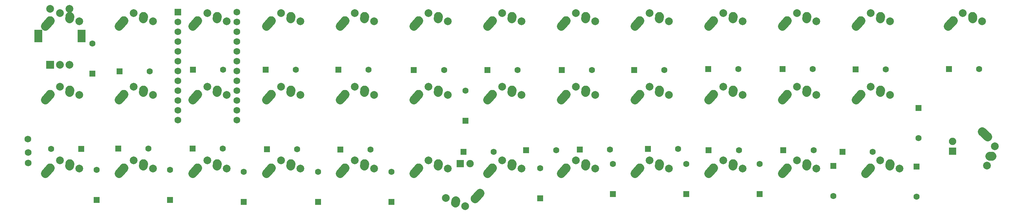
<source format=gtl>
G04 #@! TF.GenerationSoftware,KiCad,Pcbnew,(5.0.1)-3*
G04 #@! TF.CreationDate,2020-01-05T19:02:12+02:00*
G04 #@! TF.ProjectId,Memekeeb,4D656D656B6565622E6B696361645F70,rev?*
G04 #@! TF.SameCoordinates,Original*
G04 #@! TF.FileFunction,Copper,L1,Top,Signal*
G04 #@! TF.FilePolarity,Positive*
%FSLAX46Y46*%
G04 Gerber Fmt 4.6, Leading zero omitted, Abs format (unit mm)*
G04 Created by KiCad (PCBNEW (5.0.1)-3) date 01/05/20 19:02:12*
%MOMM*%
%LPD*%
G01*
G04 APERTURE LIST*
G04 #@! TA.AperFunction,ComponentPad*
%ADD10C,1.600000*%
G04 #@! TD*
G04 #@! TA.AperFunction,ComponentPad*
%ADD11R,1.600000X1.600000*%
G04 #@! TD*
G04 #@! TA.AperFunction,ComponentPad*
%ADD12C,2.250000*%
G04 #@! TD*
G04 #@! TA.AperFunction,Conductor*
%ADD13C,2.250000*%
G04 #@! TD*
G04 #@! TA.AperFunction,ComponentPad*
%ADD14C,2.000000*%
G04 #@! TD*
G04 #@! TA.AperFunction,ComponentPad*
%ADD15C,1.905000*%
G04 #@! TD*
G04 #@! TA.AperFunction,ComponentPad*
%ADD16R,1.905000X1.905000*%
G04 #@! TD*
G04 #@! TA.AperFunction,ComponentPad*
%ADD17R,2.000000X2.000000*%
G04 #@! TD*
G04 #@! TA.AperFunction,ComponentPad*
%ADD18R,2.000000X3.200000*%
G04 #@! TD*
G04 #@! TA.AperFunction,ComponentPad*
%ADD19R,1.752600X1.752600*%
G04 #@! TD*
G04 #@! TA.AperFunction,ComponentPad*
%ADD20C,1.752600*%
G04 #@! TD*
G04 APERTURE END LIST*
D10*
G04 #@! TO.P,D1,2*
G04 #@! TO.N,Net-(D1-Pad2)*
X70300000Y-68600000D03*
D11*
G04 #@! TO.P,D1,1*
G04 #@! TO.N,RowA*
X70300000Y-76400000D03*
G04 #@! TD*
D10*
G04 #@! TO.P,D2,2*
G04 #@! TO.N,Net-(D2-Pad2)*
X85100000Y-75800000D03*
D11*
G04 #@! TO.P,D2,1*
G04 #@! TO.N,RowA*
X77300000Y-75800000D03*
G04 #@! TD*
D10*
G04 #@! TO.P,D3,2*
G04 #@! TO.N,Net-(D3-Pad2)*
X104100000Y-75400000D03*
D11*
G04 #@! TO.P,D3,1*
G04 #@! TO.N,RowA*
X96300000Y-75400000D03*
G04 #@! TD*
D10*
G04 #@! TO.P,D4,2*
G04 #@! TO.N,Net-(D4-Pad2)*
X122900000Y-75400000D03*
D11*
G04 #@! TO.P,D4,1*
G04 #@! TO.N,RowA*
X115100000Y-75400000D03*
G04 #@! TD*
D10*
G04 #@! TO.P,D5,2*
G04 #@! TO.N,Net-(D5-Pad2)*
X141700000Y-75400000D03*
D11*
G04 #@! TO.P,D5,1*
G04 #@! TO.N,RowA*
X133900000Y-75400000D03*
G04 #@! TD*
G04 #@! TO.P,D6,1*
G04 #@! TO.N,RowA*
X153400000Y-75500000D03*
D10*
G04 #@! TO.P,D6,2*
G04 #@! TO.N,Net-(D6-Pad2)*
X161200000Y-75500000D03*
G04 #@! TD*
D11*
G04 #@! TO.P,D7,1*
G04 #@! TO.N,RowA*
X172400000Y-75500000D03*
D10*
G04 #@! TO.P,D7,2*
G04 #@! TO.N,Net-(D7-Pad2)*
X180200000Y-75500000D03*
G04 #@! TD*
D11*
G04 #@! TO.P,D8,1*
G04 #@! TO.N,RowA*
X191600000Y-75500000D03*
D10*
G04 #@! TO.P,D8,2*
G04 #@! TO.N,Net-(D8-Pad2)*
X199400000Y-75500000D03*
G04 #@! TD*
D11*
G04 #@! TO.P,D9,1*
G04 #@! TO.N,RowA*
X210300000Y-75500000D03*
D10*
G04 #@! TO.P,D9,2*
G04 #@! TO.N,Net-(D9-Pad2)*
X218100000Y-75500000D03*
G04 #@! TD*
D11*
G04 #@! TO.P,D10,1*
G04 #@! TO.N,RowA*
X229500000Y-75200000D03*
D10*
G04 #@! TO.P,D10,2*
G04 #@! TO.N,Net-(D10-Pad2)*
X237300000Y-75200000D03*
G04 #@! TD*
D11*
G04 #@! TO.P,D11,1*
G04 #@! TO.N,RowD*
X248700000Y-75200000D03*
D10*
G04 #@! TO.P,D11,2*
G04 #@! TO.N,Net-(D11-Pad2)*
X256500000Y-75200000D03*
G04 #@! TD*
D11*
G04 #@! TO.P,D12,1*
G04 #@! TO.N,RowD*
X267600000Y-75300000D03*
D10*
G04 #@! TO.P,D12,2*
G04 #@! TO.N,Net-(D12-Pad2)*
X275400000Y-75300000D03*
G04 #@! TD*
D11*
G04 #@! TO.P,D13,1*
G04 #@! TO.N,RowD*
X291700000Y-75200000D03*
D10*
G04 #@! TO.P,D13,2*
G04 #@! TO.N,Net-(D13-Pad2)*
X299500000Y-75200000D03*
G04 #@! TD*
D11*
G04 #@! TO.P,D14,1*
G04 #@! TO.N,RowB*
X67400000Y-95900000D03*
D10*
G04 #@! TO.P,D14,2*
G04 #@! TO.N,Net-(D14-Pad2)*
X59600000Y-95900000D03*
G04 #@! TD*
D11*
G04 #@! TO.P,D15,1*
G04 #@! TO.N,RowB*
X77000000Y-95800000D03*
D10*
G04 #@! TO.P,D15,2*
G04 #@! TO.N,Net-(D15-Pad2)*
X84800000Y-95800000D03*
G04 #@! TD*
D11*
G04 #@! TO.P,D16,1*
G04 #@! TO.N,RowB*
X96200000Y-95800000D03*
D10*
G04 #@! TO.P,D16,2*
G04 #@! TO.N,Net-(D16-Pad2)*
X104000000Y-95800000D03*
G04 #@! TD*
D11*
G04 #@! TO.P,D17,1*
G04 #@! TO.N,RowB*
X115400000Y-96000000D03*
D10*
G04 #@! TO.P,D17,2*
G04 #@! TO.N,Net-(D17-Pad2)*
X123200000Y-96000000D03*
G04 #@! TD*
D11*
G04 #@! TO.P,D18,1*
G04 #@! TO.N,RowB*
X134400000Y-96100000D03*
D10*
G04 #@! TO.P,D18,2*
G04 #@! TO.N,Net-(D18-Pad2)*
X142200000Y-96100000D03*
G04 #@! TD*
D11*
G04 #@! TO.P,D19,1*
G04 #@! TO.N,RowB*
X166700000Y-88600000D03*
D10*
G04 #@! TO.P,D19,2*
G04 #@! TO.N,Net-(D19-Pad2)*
X166700000Y-80800000D03*
G04 #@! TD*
D11*
G04 #@! TO.P,D20,1*
G04 #@! TO.N,RowB*
X182400000Y-96200000D03*
D10*
G04 #@! TO.P,D20,2*
G04 #@! TO.N,Net-(D20-Pad2)*
X190200000Y-96200000D03*
G04 #@! TD*
G04 #@! TO.P,D21,2*
G04 #@! TO.N,Net-(D21-Pad2)*
X204100000Y-96100000D03*
D11*
G04 #@! TO.P,D21,1*
G04 #@! TO.N,RowB*
X196300000Y-96100000D03*
G04 #@! TD*
D10*
G04 #@! TO.P,D22,2*
G04 #@! TO.N,Net-(D22-Pad2)*
X221700000Y-95900000D03*
D11*
G04 #@! TO.P,D22,1*
G04 #@! TO.N,RowB*
X213900000Y-95900000D03*
G04 #@! TD*
D10*
G04 #@! TO.P,D23,2*
G04 #@! TO.N,Net-(D23-Pad2)*
X237400000Y-96200000D03*
D11*
G04 #@! TO.P,D23,1*
G04 #@! TO.N,RowB*
X229600000Y-96200000D03*
G04 #@! TD*
D10*
G04 #@! TO.P,D24,2*
G04 #@! TO.N,Net-(D24-Pad2)*
X256700000Y-96200000D03*
D11*
G04 #@! TO.P,D24,1*
G04 #@! TO.N,RowD*
X248900000Y-96200000D03*
G04 #@! TD*
D10*
G04 #@! TO.P,D25,2*
G04 #@! TO.N,Net-(D25-Pad2)*
X272000000Y-96700000D03*
D11*
G04 #@! TO.P,D25,1*
G04 #@! TO.N,RowD*
X264200000Y-96700000D03*
G04 #@! TD*
D10*
G04 #@! TO.P,D27,2*
G04 #@! TO.N,Net-(D27-Pad2)*
X71400000Y-101300000D03*
D11*
G04 #@! TO.P,D27,1*
G04 #@! TO.N,RowC*
X71400000Y-109100000D03*
G04 #@! TD*
D10*
G04 #@! TO.P,D28,2*
G04 #@! TO.N,Net-(D28-Pad2)*
X90400000Y-101300000D03*
D11*
G04 #@! TO.P,D28,1*
G04 #@! TO.N,RowC*
X90400000Y-109100000D03*
G04 #@! TD*
D10*
G04 #@! TO.P,D29,2*
G04 #@! TO.N,Net-(D29-Pad2)*
X109400000Y-101800000D03*
D11*
G04 #@! TO.P,D29,1*
G04 #@! TO.N,RowC*
X109400000Y-109600000D03*
G04 #@! TD*
D10*
G04 #@! TO.P,D30,2*
G04 #@! TO.N,Net-(D30-Pad2)*
X128600000Y-101800000D03*
D11*
G04 #@! TO.P,D30,1*
G04 #@! TO.N,RowC*
X128600000Y-109600000D03*
G04 #@! TD*
D10*
G04 #@! TO.P,D31,2*
G04 #@! TO.N,Net-(D31-Pad2)*
X147600000Y-101800000D03*
D11*
G04 #@! TO.P,D31,1*
G04 #@! TO.N,RowC*
X147600000Y-109600000D03*
G04 #@! TD*
D10*
G04 #@! TO.P,D32,2*
G04 #@! TO.N,Net-(D32-Pad2)*
X174000000Y-96700000D03*
D11*
G04 #@! TO.P,D32,1*
G04 #@! TO.N,RowC*
X166200000Y-96700000D03*
G04 #@! TD*
D10*
G04 #@! TO.P,D33,2*
G04 #@! TO.N,Net-(D33-Pad2)*
X186000000Y-100900000D03*
D11*
G04 #@! TO.P,D33,1*
G04 #@! TO.N,RowC*
X186000000Y-108700000D03*
G04 #@! TD*
D10*
G04 #@! TO.P,D34,2*
G04 #@! TO.N,Net-(D34-Pad2)*
X204800000Y-99800000D03*
D11*
G04 #@! TO.P,D34,1*
G04 #@! TO.N,RowC*
X204800000Y-107600000D03*
G04 #@! TD*
D10*
G04 #@! TO.P,D35,2*
G04 #@! TO.N,Net-(D35-Pad2)*
X223800000Y-99800000D03*
D11*
G04 #@! TO.P,D35,1*
G04 #@! TO.N,RowC*
X223800000Y-107600000D03*
G04 #@! TD*
G04 #@! TO.P,D36,1*
G04 #@! TO.N,RowC*
X242800000Y-107600000D03*
D10*
G04 #@! TO.P,D36,2*
G04 #@! TO.N,Net-(D36-Pad2)*
X242800000Y-99800000D03*
G04 #@! TD*
D11*
G04 #@! TO.P,D37,1*
G04 #@! TO.N,RowD*
X261800000Y-100300000D03*
D10*
G04 #@! TO.P,D37,2*
G04 #@! TO.N,Net-(D37-Pad2)*
X261800000Y-108100000D03*
G04 #@! TD*
D11*
G04 #@! TO.P,D_1.25u1,1*
G04 #@! TO.N,RowD*
X283300000Y-100500000D03*
D10*
G04 #@! TO.P,D_1.25u1,2*
G04 #@! TO.N,Net-(D_1.25u1-Pad2)*
X283300000Y-108300000D03*
G04 #@! TD*
D12*
G04 #@! TO.P,K_2Uspc1,2*
G04 #@! TO.N,Net-(D32-Pad2)*
X164167729Y-109565016D03*
D13*
G04 #@! TD*
G04 #@! TO.N,Net-(D32-Pad2)*
G04 #@! TO.C,K_2Uspc1*
X164187500Y-109275000D02*
X164147958Y-109855032D01*
D12*
G04 #@! TO.P,K_2Uspc1,2*
G04 #@! TO.N,Net-(D32-Pad2)*
X164147500Y-109855000D03*
G04 #@! TO.P,K_2Uspc1,1*
G04 #@! TO.N,ColF*
X169842505Y-108045004D03*
D13*
G04 #@! TD*
G04 #@! TO.N,ColF*
G04 #@! TO.C,K_2Uspc1*
X170497500Y-107315000D02*
X169187510Y-108775008D01*
D12*
G04 #@! TO.P,K_2Uspc1,1*
G04 #@! TO.N,ColF*
X169187500Y-108775000D03*
D14*
G04 #@! TO.P,K_2Uspc1,2*
G04 #@! TO.N,Net-(D32-Pad2)*
X161687500Y-108575000D03*
G04 #@! TO.P,K_2Uspc1,1*
G04 #@! TO.N,ColF*
X166687500Y-110675000D03*
D15*
G04 #@! TO.P,K_2Uspc1,3*
G04 #@! TO.N,N/C*
X167957500Y-99695000D03*
D16*
G04 #@! TO.P,K_2Uspc1,4*
X165417500Y-99695000D03*
G04 #@! TD*
D17*
G04 #@! TO.P,K_ENC1,A*
G04 #@! TO.N,EncA*
X59412500Y-74175000D03*
D14*
G04 #@! TO.P,K_ENC1,C*
G04 #@! TO.N,GND*
X61912500Y-74175000D03*
G04 #@! TO.P,K_ENC1,B*
G04 #@! TO.N,EncB*
X64412500Y-74175000D03*
D18*
G04 #@! TO.P,K_ENC1,MP*
G04 #@! TO.N,N/C*
X56312500Y-66675000D03*
X67512500Y-66675000D03*
D14*
G04 #@! TO.P,K_ENC1,S2*
G04 #@! TO.N,RowA*
X59412500Y-59675000D03*
G04 #@! TO.P,K_ENC1,S1*
G04 #@! TO.N,ColA*
X64412500Y-59675000D03*
G04 #@! TD*
D19*
G04 #@! TO.P,MCU_Pro_Micr0,1*
G04 #@! TO.N,EncA*
X92380000Y-60530000D03*
D20*
G04 #@! TO.P,MCU_Pro_Micr0,2*
G04 #@! TO.N,EncB*
X92380000Y-63070000D03*
G04 #@! TO.P,MCU_Pro_Micr0,3*
G04 #@! TO.N,Net-(MCU_Pro_Micr0-Pad3)*
X92380000Y-65610000D03*
G04 #@! TO.P,MCU_Pro_Micr0,4*
G04 #@! TO.N,Net-(MCU_Pro_Micr0-Pad4)*
X92380000Y-68150000D03*
G04 #@! TO.P,MCU_Pro_Micr0,5*
G04 #@! TO.N,RGB*
X92380000Y-70690000D03*
G04 #@! TO.P,MCU_Pro_Micr0,6*
G04 #@! TO.N,Net-(MCU_Pro_Micr0-Pad6)*
X92380000Y-73230000D03*
G04 #@! TO.P,MCU_Pro_Micr0,7*
G04 #@! TO.N,RowA*
X92380000Y-75770000D03*
G04 #@! TO.P,MCU_Pro_Micr0,8*
G04 #@! TO.N,RowB*
X92380000Y-78310000D03*
G04 #@! TO.P,MCU_Pro_Micr0,9*
G04 #@! TO.N,RowC*
X92380000Y-80850000D03*
G04 #@! TO.P,MCU_Pro_Micr0,10*
G04 #@! TO.N,RowD*
X92380000Y-83390000D03*
G04 #@! TO.P,MCU_Pro_Micr0,11*
G04 #@! TO.N,ColA*
X92380000Y-85930000D03*
G04 #@! TO.P,MCU_Pro_Micr0,13*
G04 #@! TO.N,ColJ*
X107620000Y-88470000D03*
G04 #@! TO.P,MCU_Pro_Micr0,14*
G04 #@! TO.N,ColI*
X107620000Y-85930000D03*
G04 #@! TO.P,MCU_Pro_Micr0,15*
G04 #@! TO.N,ColH*
X107620000Y-83390000D03*
G04 #@! TO.P,MCU_Pro_Micr0,16*
G04 #@! TO.N,ColG*
X107620000Y-80850000D03*
G04 #@! TO.P,MCU_Pro_Micr0,17*
G04 #@! TO.N,ColF*
X107620000Y-78310000D03*
G04 #@! TO.P,MCU_Pro_Micr0,18*
G04 #@! TO.N,ColC*
X107620000Y-75770000D03*
G04 #@! TO.P,MCU_Pro_Micr0,19*
G04 #@! TO.N,ColD*
X107620000Y-73230000D03*
G04 #@! TO.P,MCU_Pro_Micr0,20*
G04 #@! TO.N,ColE*
X107620000Y-70690000D03*
G04 #@! TO.P,MCU_Pro_Micr0,21*
G04 #@! TO.N,RGB_PWR*
X107620000Y-68150000D03*
G04 #@! TO.P,MCU_Pro_Micr0,22*
G04 #@! TO.N,RST*
X107620000Y-65610000D03*
G04 #@! TO.P,MCU_Pro_Micr0,23*
G04 #@! TO.N,GND*
X107620000Y-63070000D03*
G04 #@! TO.P,MCU_Pro_Micr0,12*
G04 #@! TO.N,ColB*
X92380000Y-88470000D03*
G04 #@! TO.P,MCU_Pro_Micr0,24*
G04 #@! TO.N,Net-(MCU_Pro_Micr0-Pad24)*
X107620000Y-60530000D03*
G04 #@! TD*
D12*
G04 #@! TO.P,K_ISOENTER1,2*
G04 #@! TO.N,Net-(D_ISOENTR1-Pad2)*
X302490016Y-97769771D03*
D13*
G04 #@! TD*
G04 #@! TO.N,Net-(D_ISOENTR1-Pad2)*
G04 #@! TO.C,K_ISOENTER1*
X302200000Y-97750000D02*
X302780032Y-97789542D01*
D12*
G04 #@! TO.P,K_ISOENTER1,2*
G04 #@! TO.N,Net-(D_ISOENTR1-Pad2)*
X302780000Y-97790000D03*
G04 #@! TO.P,K_ISOENTER1,1*
G04 #@! TO.N,ColF*
X300970004Y-92094995D03*
D13*
G04 #@! TD*
G04 #@! TO.N,ColF*
G04 #@! TO.C,K_ISOENTER1*
X300240000Y-91440000D02*
X301700008Y-92749990D01*
D12*
G04 #@! TO.P,K_ISOENTER1,1*
G04 #@! TO.N,ColF*
X301700000Y-92750000D03*
D14*
G04 #@! TO.P,K_ISOENTER1,2*
G04 #@! TO.N,Net-(D_ISOENTR1-Pad2)*
X301500000Y-100250000D03*
G04 #@! TO.P,K_ISOENTER1,1*
G04 #@! TO.N,ColF*
X303600000Y-95250000D03*
D15*
G04 #@! TO.P,K_ISOENTER1,3*
G04 #@! TO.N,N/C*
X292620000Y-93980000D03*
D16*
G04 #@! TO.P,K_ISOENTER1,4*
X292620000Y-96520000D03*
G04 #@! TD*
D12*
G04 #@! TO.P,K1,1*
G04 #@! TO.N,ColA*
X64432271Y-61884984D03*
D13*
G04 #@! TD*
G04 #@! TO.N,ColA*
G04 #@! TO.C,K1*
X64412500Y-62175000D02*
X64452042Y-61594968D01*
D12*
G04 #@! TO.P,K1,1*
G04 #@! TO.N,ColA*
X64452500Y-61595000D03*
G04 #@! TO.P,K1,2*
G04 #@! TO.N,Net-(D1-Pad2)*
X58757495Y-63404996D03*
D13*
G04 #@! TD*
G04 #@! TO.N,Net-(D1-Pad2)*
G04 #@! TO.C,K1*
X58102500Y-64135000D02*
X59412490Y-62674992D01*
D12*
G04 #@! TO.P,K1,2*
G04 #@! TO.N,Net-(D1-Pad2)*
X59412500Y-62675000D03*
D14*
G04 #@! TO.P,K1,1*
G04 #@! TO.N,ColA*
X66912500Y-62875000D03*
G04 #@! TO.P,K1,2*
G04 #@! TO.N,Net-(D1-Pad2)*
X61912500Y-60775000D03*
G04 #@! TD*
G04 #@! TO.P,K2,2*
G04 #@! TO.N,Net-(D2-Pad2)*
X80962500Y-60775000D03*
G04 #@! TO.P,K2,1*
G04 #@! TO.N,ColB*
X85962500Y-62875000D03*
D12*
G04 #@! TO.P,K2,2*
G04 #@! TO.N,Net-(D2-Pad2)*
X78462500Y-62675000D03*
X77807495Y-63404996D03*
D13*
G04 #@! TD*
G04 #@! TO.N,Net-(D2-Pad2)*
G04 #@! TO.C,K2*
X77152500Y-64135000D02*
X78462490Y-62674992D01*
D12*
G04 #@! TO.P,K2,1*
G04 #@! TO.N,ColB*
X83502500Y-61595000D03*
X83482271Y-61884984D03*
D13*
G04 #@! TD*
G04 #@! TO.N,ColB*
G04 #@! TO.C,K2*
X83462500Y-62175000D02*
X83502042Y-61594968D01*
D12*
G04 #@! TO.P,K3,1*
G04 #@! TO.N,ColC*
X102532271Y-61884984D03*
D13*
G04 #@! TD*
G04 #@! TO.N,ColC*
G04 #@! TO.C,K3*
X102512500Y-62175000D02*
X102552042Y-61594968D01*
D12*
G04 #@! TO.P,K3,1*
G04 #@! TO.N,ColC*
X102552500Y-61595000D03*
G04 #@! TO.P,K3,2*
G04 #@! TO.N,Net-(D3-Pad2)*
X96857495Y-63404996D03*
D13*
G04 #@! TD*
G04 #@! TO.N,Net-(D3-Pad2)*
G04 #@! TO.C,K3*
X96202500Y-64135000D02*
X97512490Y-62674992D01*
D12*
G04 #@! TO.P,K3,2*
G04 #@! TO.N,Net-(D3-Pad2)*
X97512500Y-62675000D03*
D14*
G04 #@! TO.P,K3,1*
G04 #@! TO.N,ColC*
X105012500Y-62875000D03*
G04 #@! TO.P,K3,2*
G04 #@! TO.N,Net-(D3-Pad2)*
X100012500Y-60775000D03*
G04 #@! TD*
G04 #@! TO.P,K4,2*
G04 #@! TO.N,Net-(D4-Pad2)*
X119062500Y-60775000D03*
G04 #@! TO.P,K4,1*
G04 #@! TO.N,ColD*
X124062500Y-62875000D03*
D12*
G04 #@! TO.P,K4,2*
G04 #@! TO.N,Net-(D4-Pad2)*
X116562500Y-62675000D03*
X115907495Y-63404996D03*
D13*
G04 #@! TD*
G04 #@! TO.N,Net-(D4-Pad2)*
G04 #@! TO.C,K4*
X115252500Y-64135000D02*
X116562490Y-62674992D01*
D12*
G04 #@! TO.P,K4,1*
G04 #@! TO.N,ColD*
X121602500Y-61595000D03*
X121582271Y-61884984D03*
D13*
G04 #@! TD*
G04 #@! TO.N,ColD*
G04 #@! TO.C,K4*
X121562500Y-62175000D02*
X121602042Y-61594968D01*
D14*
G04 #@! TO.P,K5,2*
G04 #@! TO.N,Net-(D5-Pad2)*
X138112500Y-60775000D03*
G04 #@! TO.P,K5,1*
G04 #@! TO.N,ColE*
X143112500Y-62875000D03*
D12*
G04 #@! TO.P,K5,2*
G04 #@! TO.N,Net-(D5-Pad2)*
X135612500Y-62675000D03*
X134957495Y-63404996D03*
D13*
G04 #@! TD*
G04 #@! TO.N,Net-(D5-Pad2)*
G04 #@! TO.C,K5*
X134302500Y-64135000D02*
X135612490Y-62674992D01*
D12*
G04 #@! TO.P,K5,1*
G04 #@! TO.N,ColE*
X140652500Y-61595000D03*
X140632271Y-61884984D03*
D13*
G04 #@! TD*
G04 #@! TO.N,ColE*
G04 #@! TO.C,K5*
X140612500Y-62175000D02*
X140652042Y-61594968D01*
D14*
G04 #@! TO.P,K6,2*
G04 #@! TO.N,Net-(D6-Pad2)*
X157162500Y-60775000D03*
G04 #@! TO.P,K6,1*
G04 #@! TO.N,ColF*
X162162500Y-62875000D03*
D12*
G04 #@! TO.P,K6,2*
G04 #@! TO.N,Net-(D6-Pad2)*
X154662500Y-62675000D03*
X154007495Y-63404996D03*
D13*
G04 #@! TD*
G04 #@! TO.N,Net-(D6-Pad2)*
G04 #@! TO.C,K6*
X153352500Y-64135000D02*
X154662490Y-62674992D01*
D12*
G04 #@! TO.P,K6,1*
G04 #@! TO.N,ColF*
X159702500Y-61595000D03*
X159682271Y-61884984D03*
D13*
G04 #@! TD*
G04 #@! TO.N,ColF*
G04 #@! TO.C,K6*
X159662500Y-62175000D02*
X159702042Y-61594968D01*
D14*
G04 #@! TO.P,K7,2*
G04 #@! TO.N,Net-(D7-Pad2)*
X176212500Y-60775000D03*
G04 #@! TO.P,K7,1*
G04 #@! TO.N,ColG*
X181212500Y-62875000D03*
D12*
G04 #@! TO.P,K7,2*
G04 #@! TO.N,Net-(D7-Pad2)*
X173712500Y-62675000D03*
X173057495Y-63404996D03*
D13*
G04 #@! TD*
G04 #@! TO.N,Net-(D7-Pad2)*
G04 #@! TO.C,K7*
X172402500Y-64135000D02*
X173712490Y-62674992D01*
D12*
G04 #@! TO.P,K7,1*
G04 #@! TO.N,ColG*
X178752500Y-61595000D03*
X178732271Y-61884984D03*
D13*
G04 #@! TD*
G04 #@! TO.N,ColG*
G04 #@! TO.C,K7*
X178712500Y-62175000D02*
X178752042Y-61594968D01*
D14*
G04 #@! TO.P,K8,2*
G04 #@! TO.N,Net-(D8-Pad2)*
X195262500Y-60775000D03*
G04 #@! TO.P,K8,1*
G04 #@! TO.N,ColH*
X200262500Y-62875000D03*
D12*
G04 #@! TO.P,K8,2*
G04 #@! TO.N,Net-(D8-Pad2)*
X192762500Y-62675000D03*
X192107495Y-63404996D03*
D13*
G04 #@! TD*
G04 #@! TO.N,Net-(D8-Pad2)*
G04 #@! TO.C,K8*
X191452500Y-64135000D02*
X192762490Y-62674992D01*
D12*
G04 #@! TO.P,K8,1*
G04 #@! TO.N,ColH*
X197802500Y-61595000D03*
X197782271Y-61884984D03*
D13*
G04 #@! TD*
G04 #@! TO.N,ColH*
G04 #@! TO.C,K8*
X197762500Y-62175000D02*
X197802042Y-61594968D01*
D14*
G04 #@! TO.P,K9,2*
G04 #@! TO.N,Net-(D9-Pad2)*
X214312500Y-60775000D03*
G04 #@! TO.P,K9,1*
G04 #@! TO.N,ColI*
X219312500Y-62875000D03*
D12*
G04 #@! TO.P,K9,2*
G04 #@! TO.N,Net-(D9-Pad2)*
X211812500Y-62675000D03*
X211157495Y-63404996D03*
D13*
G04 #@! TD*
G04 #@! TO.N,Net-(D9-Pad2)*
G04 #@! TO.C,K9*
X210502500Y-64135000D02*
X211812490Y-62674992D01*
D12*
G04 #@! TO.P,K9,1*
G04 #@! TO.N,ColI*
X216852500Y-61595000D03*
X216832271Y-61884984D03*
D13*
G04 #@! TD*
G04 #@! TO.N,ColI*
G04 #@! TO.C,K9*
X216812500Y-62175000D02*
X216852042Y-61594968D01*
D12*
G04 #@! TO.P,K10,1*
G04 #@! TO.N,ColJ*
X235882271Y-61884984D03*
D13*
G04 #@! TD*
G04 #@! TO.N,ColJ*
G04 #@! TO.C,K10*
X235862500Y-62175000D02*
X235902042Y-61594968D01*
D12*
G04 #@! TO.P,K10,1*
G04 #@! TO.N,ColJ*
X235902500Y-61595000D03*
G04 #@! TO.P,K10,2*
G04 #@! TO.N,Net-(D10-Pad2)*
X230207495Y-63404996D03*
D13*
G04 #@! TD*
G04 #@! TO.N,Net-(D10-Pad2)*
G04 #@! TO.C,K10*
X229552500Y-64135000D02*
X230862490Y-62674992D01*
D12*
G04 #@! TO.P,K10,2*
G04 #@! TO.N,Net-(D10-Pad2)*
X230862500Y-62675000D03*
D14*
G04 #@! TO.P,K10,1*
G04 #@! TO.N,ColJ*
X238362500Y-62875000D03*
G04 #@! TO.P,K10,2*
G04 #@! TO.N,Net-(D10-Pad2)*
X233362500Y-60775000D03*
G04 #@! TD*
G04 #@! TO.P,K11,2*
G04 #@! TO.N,Net-(D11-Pad2)*
X252412500Y-60775000D03*
G04 #@! TO.P,K11,1*
G04 #@! TO.N,ColA*
X257412500Y-62875000D03*
D12*
G04 #@! TO.P,K11,2*
G04 #@! TO.N,Net-(D11-Pad2)*
X249912500Y-62675000D03*
X249257495Y-63404996D03*
D13*
G04 #@! TD*
G04 #@! TO.N,Net-(D11-Pad2)*
G04 #@! TO.C,K11*
X248602500Y-64135000D02*
X249912490Y-62674992D01*
D12*
G04 #@! TO.P,K11,1*
G04 #@! TO.N,ColA*
X254952500Y-61595000D03*
X254932271Y-61884984D03*
D13*
G04 #@! TD*
G04 #@! TO.N,ColA*
G04 #@! TO.C,K11*
X254912500Y-62175000D02*
X254952042Y-61594968D01*
D14*
G04 #@! TO.P,K12,2*
G04 #@! TO.N,Net-(D12-Pad2)*
X271462500Y-60775000D03*
G04 #@! TO.P,K12,1*
G04 #@! TO.N,ColB*
X276462500Y-62875000D03*
D12*
G04 #@! TO.P,K12,2*
G04 #@! TO.N,Net-(D12-Pad2)*
X268962500Y-62675000D03*
X268307495Y-63404996D03*
D13*
G04 #@! TD*
G04 #@! TO.N,Net-(D12-Pad2)*
G04 #@! TO.C,K12*
X267652500Y-64135000D02*
X268962490Y-62674992D01*
D12*
G04 #@! TO.P,K12,1*
G04 #@! TO.N,ColB*
X274002500Y-61595000D03*
X273982271Y-61884984D03*
D13*
G04 #@! TD*
G04 #@! TO.N,ColB*
G04 #@! TO.C,K12*
X273962500Y-62175000D02*
X274002042Y-61594968D01*
D14*
G04 #@! TO.P,K14,2*
G04 #@! TO.N,Net-(D14-Pad2)*
X61912500Y-79825000D03*
G04 #@! TO.P,K14,1*
G04 #@! TO.N,ColA*
X66912500Y-81925000D03*
D12*
G04 #@! TO.P,K14,2*
G04 #@! TO.N,Net-(D14-Pad2)*
X59412500Y-81725000D03*
X58757495Y-82454996D03*
D13*
G04 #@! TD*
G04 #@! TO.N,Net-(D14-Pad2)*
G04 #@! TO.C,K14*
X58102500Y-83185000D02*
X59412490Y-81724992D01*
D12*
G04 #@! TO.P,K14,1*
G04 #@! TO.N,ColA*
X64452500Y-80645000D03*
X64432271Y-80934984D03*
D13*
G04 #@! TD*
G04 #@! TO.N,ColA*
G04 #@! TO.C,K14*
X64412500Y-81225000D02*
X64452042Y-80644968D01*
D14*
G04 #@! TO.P,K15,2*
G04 #@! TO.N,Net-(D15-Pad2)*
X80962500Y-79825000D03*
G04 #@! TO.P,K15,1*
G04 #@! TO.N,ColB*
X85962500Y-81925000D03*
D12*
G04 #@! TO.P,K15,2*
G04 #@! TO.N,Net-(D15-Pad2)*
X78462500Y-81725000D03*
X77807495Y-82454996D03*
D13*
G04 #@! TD*
G04 #@! TO.N,Net-(D15-Pad2)*
G04 #@! TO.C,K15*
X77152500Y-83185000D02*
X78462490Y-81724992D01*
D12*
G04 #@! TO.P,K15,1*
G04 #@! TO.N,ColB*
X83502500Y-80645000D03*
X83482271Y-80934984D03*
D13*
G04 #@! TD*
G04 #@! TO.N,ColB*
G04 #@! TO.C,K15*
X83462500Y-81225000D02*
X83502042Y-80644968D01*
D14*
G04 #@! TO.P,K16,2*
G04 #@! TO.N,Net-(D16-Pad2)*
X100012500Y-79825000D03*
G04 #@! TO.P,K16,1*
G04 #@! TO.N,ColC*
X105012500Y-81925000D03*
D12*
G04 #@! TO.P,K16,2*
G04 #@! TO.N,Net-(D16-Pad2)*
X97512500Y-81725000D03*
X96857495Y-82454996D03*
D13*
G04 #@! TD*
G04 #@! TO.N,Net-(D16-Pad2)*
G04 #@! TO.C,K16*
X96202500Y-83185000D02*
X97512490Y-81724992D01*
D12*
G04 #@! TO.P,K16,1*
G04 #@! TO.N,ColC*
X102552500Y-80645000D03*
X102532271Y-80934984D03*
D13*
G04 #@! TD*
G04 #@! TO.N,ColC*
G04 #@! TO.C,K16*
X102512500Y-81225000D02*
X102552042Y-80644968D01*
D14*
G04 #@! TO.P,K17,2*
G04 #@! TO.N,Net-(D17-Pad2)*
X119062500Y-79825000D03*
G04 #@! TO.P,K17,1*
G04 #@! TO.N,ColD*
X124062500Y-81925000D03*
D12*
G04 #@! TO.P,K17,2*
G04 #@! TO.N,Net-(D17-Pad2)*
X116562500Y-81725000D03*
X115907495Y-82454996D03*
D13*
G04 #@! TD*
G04 #@! TO.N,Net-(D17-Pad2)*
G04 #@! TO.C,K17*
X115252500Y-83185000D02*
X116562490Y-81724992D01*
D12*
G04 #@! TO.P,K17,1*
G04 #@! TO.N,ColD*
X121602500Y-80645000D03*
X121582271Y-80934984D03*
D13*
G04 #@! TD*
G04 #@! TO.N,ColD*
G04 #@! TO.C,K17*
X121562500Y-81225000D02*
X121602042Y-80644968D01*
D14*
G04 #@! TO.P,K18,2*
G04 #@! TO.N,Net-(D18-Pad2)*
X138112500Y-79825000D03*
G04 #@! TO.P,K18,1*
G04 #@! TO.N,ColE*
X143112500Y-81925000D03*
D12*
G04 #@! TO.P,K18,2*
G04 #@! TO.N,Net-(D18-Pad2)*
X135612500Y-81725000D03*
X134957495Y-82454996D03*
D13*
G04 #@! TD*
G04 #@! TO.N,Net-(D18-Pad2)*
G04 #@! TO.C,K18*
X134302500Y-83185000D02*
X135612490Y-81724992D01*
D12*
G04 #@! TO.P,K18,1*
G04 #@! TO.N,ColE*
X140652500Y-80645000D03*
X140632271Y-80934984D03*
D13*
G04 #@! TD*
G04 #@! TO.N,ColE*
G04 #@! TO.C,K18*
X140612500Y-81225000D02*
X140652042Y-80644968D01*
D14*
G04 #@! TO.P,K19,2*
G04 #@! TO.N,Net-(D19-Pad2)*
X157162500Y-79825000D03*
G04 #@! TO.P,K19,1*
G04 #@! TO.N,ColF*
X162162500Y-81925000D03*
D12*
G04 #@! TO.P,K19,2*
G04 #@! TO.N,Net-(D19-Pad2)*
X154662500Y-81725000D03*
X154007495Y-82454996D03*
D13*
G04 #@! TD*
G04 #@! TO.N,Net-(D19-Pad2)*
G04 #@! TO.C,K19*
X153352500Y-83185000D02*
X154662490Y-81724992D01*
D12*
G04 #@! TO.P,K19,1*
G04 #@! TO.N,ColF*
X159702500Y-80645000D03*
X159682271Y-80934984D03*
D13*
G04 #@! TD*
G04 #@! TO.N,ColF*
G04 #@! TO.C,K19*
X159662500Y-81225000D02*
X159702042Y-80644968D01*
D14*
G04 #@! TO.P,K20,2*
G04 #@! TO.N,Net-(D20-Pad2)*
X176212500Y-79825000D03*
G04 #@! TO.P,K20,1*
G04 #@! TO.N,ColG*
X181212500Y-81925000D03*
D12*
G04 #@! TO.P,K20,2*
G04 #@! TO.N,Net-(D20-Pad2)*
X173712500Y-81725000D03*
X173057495Y-82454996D03*
D13*
G04 #@! TD*
G04 #@! TO.N,Net-(D20-Pad2)*
G04 #@! TO.C,K20*
X172402500Y-83185000D02*
X173712490Y-81724992D01*
D12*
G04 #@! TO.P,K20,1*
G04 #@! TO.N,ColG*
X178752500Y-80645000D03*
X178732271Y-80934984D03*
D13*
G04 #@! TD*
G04 #@! TO.N,ColG*
G04 #@! TO.C,K20*
X178712500Y-81225000D02*
X178752042Y-80644968D01*
D14*
G04 #@! TO.P,K21,2*
G04 #@! TO.N,Net-(D21-Pad2)*
X195262500Y-79825000D03*
G04 #@! TO.P,K21,1*
G04 #@! TO.N,ColH*
X200262500Y-81925000D03*
D12*
G04 #@! TO.P,K21,2*
G04 #@! TO.N,Net-(D21-Pad2)*
X192762500Y-81725000D03*
X192107495Y-82454996D03*
D13*
G04 #@! TD*
G04 #@! TO.N,Net-(D21-Pad2)*
G04 #@! TO.C,K21*
X191452500Y-83185000D02*
X192762490Y-81724992D01*
D12*
G04 #@! TO.P,K21,1*
G04 #@! TO.N,ColH*
X197802500Y-80645000D03*
X197782271Y-80934984D03*
D13*
G04 #@! TD*
G04 #@! TO.N,ColH*
G04 #@! TO.C,K21*
X197762500Y-81225000D02*
X197802042Y-80644968D01*
D12*
G04 #@! TO.P,K22,1*
G04 #@! TO.N,ColI*
X216832271Y-80934984D03*
D13*
G04 #@! TD*
G04 #@! TO.N,ColI*
G04 #@! TO.C,K22*
X216812500Y-81225000D02*
X216852042Y-80644968D01*
D12*
G04 #@! TO.P,K22,1*
G04 #@! TO.N,ColI*
X216852500Y-80645000D03*
G04 #@! TO.P,K22,2*
G04 #@! TO.N,Net-(D22-Pad2)*
X211157495Y-82454996D03*
D13*
G04 #@! TD*
G04 #@! TO.N,Net-(D22-Pad2)*
G04 #@! TO.C,K22*
X210502500Y-83185000D02*
X211812490Y-81724992D01*
D12*
G04 #@! TO.P,K22,2*
G04 #@! TO.N,Net-(D22-Pad2)*
X211812500Y-81725000D03*
D14*
G04 #@! TO.P,K22,1*
G04 #@! TO.N,ColI*
X219312500Y-81925000D03*
G04 #@! TO.P,K22,2*
G04 #@! TO.N,Net-(D22-Pad2)*
X214312500Y-79825000D03*
G04 #@! TD*
D12*
G04 #@! TO.P,K23,1*
G04 #@! TO.N,ColJ*
X235882271Y-80934984D03*
D13*
G04 #@! TD*
G04 #@! TO.N,ColJ*
G04 #@! TO.C,K23*
X235862500Y-81225000D02*
X235902042Y-80644968D01*
D12*
G04 #@! TO.P,K23,1*
G04 #@! TO.N,ColJ*
X235902500Y-80645000D03*
G04 #@! TO.P,K23,2*
G04 #@! TO.N,Net-(D23-Pad2)*
X230207495Y-82454996D03*
D13*
G04 #@! TD*
G04 #@! TO.N,Net-(D23-Pad2)*
G04 #@! TO.C,K23*
X229552500Y-83185000D02*
X230862490Y-81724992D01*
D12*
G04 #@! TO.P,K23,2*
G04 #@! TO.N,Net-(D23-Pad2)*
X230862500Y-81725000D03*
D14*
G04 #@! TO.P,K23,1*
G04 #@! TO.N,ColJ*
X238362500Y-81925000D03*
G04 #@! TO.P,K23,2*
G04 #@! TO.N,Net-(D23-Pad2)*
X233362500Y-79825000D03*
G04 #@! TD*
D12*
G04 #@! TO.P,K24,1*
G04 #@! TO.N,ColD*
X254932271Y-80934984D03*
D13*
G04 #@! TD*
G04 #@! TO.N,ColD*
G04 #@! TO.C,K24*
X254912500Y-81225000D02*
X254952042Y-80644968D01*
D12*
G04 #@! TO.P,K24,1*
G04 #@! TO.N,ColD*
X254952500Y-80645000D03*
G04 #@! TO.P,K24,2*
G04 #@! TO.N,Net-(D24-Pad2)*
X249257495Y-82454996D03*
D13*
G04 #@! TD*
G04 #@! TO.N,Net-(D24-Pad2)*
G04 #@! TO.C,K24*
X248602500Y-83185000D02*
X249912490Y-81724992D01*
D12*
G04 #@! TO.P,K24,2*
G04 #@! TO.N,Net-(D24-Pad2)*
X249912500Y-81725000D03*
D14*
G04 #@! TO.P,K24,1*
G04 #@! TO.N,ColD*
X257412500Y-81925000D03*
G04 #@! TO.P,K24,2*
G04 #@! TO.N,Net-(D24-Pad2)*
X252412500Y-79825000D03*
G04 #@! TD*
D12*
G04 #@! TO.P,K25,1*
G04 #@! TO.N,ColE*
X273982271Y-80934984D03*
D13*
G04 #@! TD*
G04 #@! TO.N,ColE*
G04 #@! TO.C,K25*
X273962500Y-81225000D02*
X274002042Y-80644968D01*
D12*
G04 #@! TO.P,K25,1*
G04 #@! TO.N,ColE*
X274002500Y-80645000D03*
G04 #@! TO.P,K25,2*
G04 #@! TO.N,Net-(D25-Pad2)*
X268307495Y-82454996D03*
D13*
G04 #@! TD*
G04 #@! TO.N,Net-(D25-Pad2)*
G04 #@! TO.C,K25*
X267652500Y-83185000D02*
X268962490Y-81724992D01*
D12*
G04 #@! TO.P,K25,2*
G04 #@! TO.N,Net-(D25-Pad2)*
X268962500Y-81725000D03*
D14*
G04 #@! TO.P,K25,1*
G04 #@! TO.N,ColE*
X276462500Y-81925000D03*
G04 #@! TO.P,K25,2*
G04 #@! TO.N,Net-(D25-Pad2)*
X271462500Y-79825000D03*
G04 #@! TD*
D12*
G04 #@! TO.P,K27,1*
G04 #@! TO.N,ColA*
X64432271Y-99984984D03*
D13*
G04 #@! TD*
G04 #@! TO.N,ColA*
G04 #@! TO.C,K27*
X64412500Y-100275000D02*
X64452042Y-99694968D01*
D12*
G04 #@! TO.P,K27,1*
G04 #@! TO.N,ColA*
X64452500Y-99695000D03*
G04 #@! TO.P,K27,2*
G04 #@! TO.N,Net-(D27-Pad2)*
X58757495Y-101504996D03*
D13*
G04 #@! TD*
G04 #@! TO.N,Net-(D27-Pad2)*
G04 #@! TO.C,K27*
X58102500Y-102235000D02*
X59412490Y-100774992D01*
D12*
G04 #@! TO.P,K27,2*
G04 #@! TO.N,Net-(D27-Pad2)*
X59412500Y-100775000D03*
D14*
G04 #@! TO.P,K27,1*
G04 #@! TO.N,ColA*
X66912500Y-100975000D03*
G04 #@! TO.P,K27,2*
G04 #@! TO.N,Net-(D27-Pad2)*
X61912500Y-98875000D03*
G04 #@! TD*
D12*
G04 #@! TO.P,K28,1*
G04 #@! TO.N,ColB*
X83482271Y-99984984D03*
D13*
G04 #@! TD*
G04 #@! TO.N,ColB*
G04 #@! TO.C,K28*
X83462500Y-100275000D02*
X83502042Y-99694968D01*
D12*
G04 #@! TO.P,K28,1*
G04 #@! TO.N,ColB*
X83502500Y-99695000D03*
G04 #@! TO.P,K28,2*
G04 #@! TO.N,Net-(D28-Pad2)*
X77807495Y-101504996D03*
D13*
G04 #@! TD*
G04 #@! TO.N,Net-(D28-Pad2)*
G04 #@! TO.C,K28*
X77152500Y-102235000D02*
X78462490Y-100774992D01*
D12*
G04 #@! TO.P,K28,2*
G04 #@! TO.N,Net-(D28-Pad2)*
X78462500Y-100775000D03*
D14*
G04 #@! TO.P,K28,1*
G04 #@! TO.N,ColB*
X85962500Y-100975000D03*
G04 #@! TO.P,K28,2*
G04 #@! TO.N,Net-(D28-Pad2)*
X80962500Y-98875000D03*
G04 #@! TD*
D12*
G04 #@! TO.P,K29,1*
G04 #@! TO.N,ColC*
X102532271Y-99984984D03*
D13*
G04 #@! TD*
G04 #@! TO.N,ColC*
G04 #@! TO.C,K29*
X102512500Y-100275000D02*
X102552042Y-99694968D01*
D12*
G04 #@! TO.P,K29,1*
G04 #@! TO.N,ColC*
X102552500Y-99695000D03*
G04 #@! TO.P,K29,2*
G04 #@! TO.N,Net-(D29-Pad2)*
X96857495Y-101504996D03*
D13*
G04 #@! TD*
G04 #@! TO.N,Net-(D29-Pad2)*
G04 #@! TO.C,K29*
X96202500Y-102235000D02*
X97512490Y-100774992D01*
D12*
G04 #@! TO.P,K29,2*
G04 #@! TO.N,Net-(D29-Pad2)*
X97512500Y-100775000D03*
D14*
G04 #@! TO.P,K29,1*
G04 #@! TO.N,ColC*
X105012500Y-100975000D03*
G04 #@! TO.P,K29,2*
G04 #@! TO.N,Net-(D29-Pad2)*
X100012500Y-98875000D03*
G04 #@! TD*
D12*
G04 #@! TO.P,K30,1*
G04 #@! TO.N,ColD*
X121582271Y-99984984D03*
D13*
G04 #@! TD*
G04 #@! TO.N,ColD*
G04 #@! TO.C,K30*
X121562500Y-100275000D02*
X121602042Y-99694968D01*
D12*
G04 #@! TO.P,K30,1*
G04 #@! TO.N,ColD*
X121602500Y-99695000D03*
G04 #@! TO.P,K30,2*
G04 #@! TO.N,Net-(D30-Pad2)*
X115907495Y-101504996D03*
D13*
G04 #@! TD*
G04 #@! TO.N,Net-(D30-Pad2)*
G04 #@! TO.C,K30*
X115252500Y-102235000D02*
X116562490Y-100774992D01*
D12*
G04 #@! TO.P,K30,2*
G04 #@! TO.N,Net-(D30-Pad2)*
X116562500Y-100775000D03*
D14*
G04 #@! TO.P,K30,1*
G04 #@! TO.N,ColD*
X124062500Y-100975000D03*
G04 #@! TO.P,K30,2*
G04 #@! TO.N,Net-(D30-Pad2)*
X119062500Y-98875000D03*
G04 #@! TD*
D12*
G04 #@! TO.P,K31,1*
G04 #@! TO.N,ColE*
X140632271Y-99984984D03*
D13*
G04 #@! TD*
G04 #@! TO.N,ColE*
G04 #@! TO.C,K31*
X140612500Y-100275000D02*
X140652042Y-99694968D01*
D12*
G04 #@! TO.P,K31,1*
G04 #@! TO.N,ColE*
X140652500Y-99695000D03*
G04 #@! TO.P,K31,2*
G04 #@! TO.N,Net-(D31-Pad2)*
X134957495Y-101504996D03*
D13*
G04 #@! TD*
G04 #@! TO.N,Net-(D31-Pad2)*
G04 #@! TO.C,K31*
X134302500Y-102235000D02*
X135612490Y-100774992D01*
D12*
G04 #@! TO.P,K31,2*
G04 #@! TO.N,Net-(D31-Pad2)*
X135612500Y-100775000D03*
D14*
G04 #@! TO.P,K31,1*
G04 #@! TO.N,ColE*
X143112500Y-100975000D03*
G04 #@! TO.P,K31,2*
G04 #@! TO.N,Net-(D31-Pad2)*
X138112500Y-98875000D03*
G04 #@! TD*
G04 #@! TO.P,K32,2*
G04 #@! TO.N,Net-(D32-Pad2)*
X157162500Y-98875000D03*
G04 #@! TO.P,K32,1*
G04 #@! TO.N,ColF*
X162162500Y-100975000D03*
D12*
G04 #@! TO.P,K32,2*
G04 #@! TO.N,Net-(D32-Pad2)*
X154662500Y-100775000D03*
X154007495Y-101504996D03*
D13*
G04 #@! TD*
G04 #@! TO.N,Net-(D32-Pad2)*
G04 #@! TO.C,K32*
X153352500Y-102235000D02*
X154662490Y-100774992D01*
D12*
G04 #@! TO.P,K32,1*
G04 #@! TO.N,ColF*
X159702500Y-99695000D03*
X159682271Y-99984984D03*
D13*
G04 #@! TD*
G04 #@! TO.N,ColF*
G04 #@! TO.C,K32*
X159662500Y-100275000D02*
X159702042Y-99694968D01*
D12*
G04 #@! TO.P,K33,1*
G04 #@! TO.N,ColG*
X178732271Y-99984984D03*
D13*
G04 #@! TD*
G04 #@! TO.N,ColG*
G04 #@! TO.C,K33*
X178712500Y-100275000D02*
X178752042Y-99694968D01*
D12*
G04 #@! TO.P,K33,1*
G04 #@! TO.N,ColG*
X178752500Y-99695000D03*
G04 #@! TO.P,K33,2*
G04 #@! TO.N,Net-(D33-Pad2)*
X173057495Y-101504996D03*
D13*
G04 #@! TD*
G04 #@! TO.N,Net-(D33-Pad2)*
G04 #@! TO.C,K33*
X172402500Y-102235000D02*
X173712490Y-100774992D01*
D12*
G04 #@! TO.P,K33,2*
G04 #@! TO.N,Net-(D33-Pad2)*
X173712500Y-100775000D03*
D14*
G04 #@! TO.P,K33,1*
G04 #@! TO.N,ColG*
X181212500Y-100975000D03*
G04 #@! TO.P,K33,2*
G04 #@! TO.N,Net-(D33-Pad2)*
X176212500Y-98875000D03*
G04 #@! TD*
D12*
G04 #@! TO.P,K34,1*
G04 #@! TO.N,ColH*
X197782271Y-99984984D03*
D13*
G04 #@! TD*
G04 #@! TO.N,ColH*
G04 #@! TO.C,K34*
X197762500Y-100275000D02*
X197802042Y-99694968D01*
D12*
G04 #@! TO.P,K34,1*
G04 #@! TO.N,ColH*
X197802500Y-99695000D03*
G04 #@! TO.P,K34,2*
G04 #@! TO.N,Net-(D34-Pad2)*
X192107495Y-101504996D03*
D13*
G04 #@! TD*
G04 #@! TO.N,Net-(D34-Pad2)*
G04 #@! TO.C,K34*
X191452500Y-102235000D02*
X192762490Y-100774992D01*
D12*
G04 #@! TO.P,K34,2*
G04 #@! TO.N,Net-(D34-Pad2)*
X192762500Y-100775000D03*
D14*
G04 #@! TO.P,K34,1*
G04 #@! TO.N,ColH*
X200262500Y-100975000D03*
G04 #@! TO.P,K34,2*
G04 #@! TO.N,Net-(D34-Pad2)*
X195262500Y-98875000D03*
G04 #@! TD*
D12*
G04 #@! TO.P,K35,1*
G04 #@! TO.N,ColI*
X216832271Y-99984984D03*
D13*
G04 #@! TD*
G04 #@! TO.N,ColI*
G04 #@! TO.C,K35*
X216812500Y-100275000D02*
X216852042Y-99694968D01*
D12*
G04 #@! TO.P,K35,1*
G04 #@! TO.N,ColI*
X216852500Y-99695000D03*
G04 #@! TO.P,K35,2*
G04 #@! TO.N,Net-(D35-Pad2)*
X211157495Y-101504996D03*
D13*
G04 #@! TD*
G04 #@! TO.N,Net-(D35-Pad2)*
G04 #@! TO.C,K35*
X210502500Y-102235000D02*
X211812490Y-100774992D01*
D12*
G04 #@! TO.P,K35,2*
G04 #@! TO.N,Net-(D35-Pad2)*
X211812500Y-100775000D03*
D14*
G04 #@! TO.P,K35,1*
G04 #@! TO.N,ColI*
X219312500Y-100975000D03*
G04 #@! TO.P,K35,2*
G04 #@! TO.N,Net-(D35-Pad2)*
X214312500Y-98875000D03*
G04 #@! TD*
D12*
G04 #@! TO.P,K36,1*
G04 #@! TO.N,ColJ*
X235882271Y-99984984D03*
D13*
G04 #@! TD*
G04 #@! TO.N,ColJ*
G04 #@! TO.C,K36*
X235862500Y-100275000D02*
X235902042Y-99694968D01*
D12*
G04 #@! TO.P,K36,1*
G04 #@! TO.N,ColJ*
X235902500Y-99695000D03*
G04 #@! TO.P,K36,2*
G04 #@! TO.N,Net-(D36-Pad2)*
X230207495Y-101504996D03*
D13*
G04 #@! TD*
G04 #@! TO.N,Net-(D36-Pad2)*
G04 #@! TO.C,K36*
X229552500Y-102235000D02*
X230862490Y-100774992D01*
D12*
G04 #@! TO.P,K36,2*
G04 #@! TO.N,Net-(D36-Pad2)*
X230862500Y-100775000D03*
D14*
G04 #@! TO.P,K36,1*
G04 #@! TO.N,ColJ*
X238362500Y-100975000D03*
G04 #@! TO.P,K36,2*
G04 #@! TO.N,Net-(D36-Pad2)*
X233362500Y-98875000D03*
G04 #@! TD*
D12*
G04 #@! TO.P,K37,1*
G04 #@! TO.N,ColG*
X254932271Y-99984984D03*
D13*
G04 #@! TD*
G04 #@! TO.N,ColG*
G04 #@! TO.C,K37*
X254912500Y-100275000D02*
X254952042Y-99694968D01*
D12*
G04 #@! TO.P,K37,1*
G04 #@! TO.N,ColG*
X254952500Y-99695000D03*
G04 #@! TO.P,K37,2*
G04 #@! TO.N,Net-(D37-Pad2)*
X249257495Y-101504996D03*
D13*
G04 #@! TD*
G04 #@! TO.N,Net-(D37-Pad2)*
G04 #@! TO.C,K37*
X248602500Y-102235000D02*
X249912490Y-100774992D01*
D12*
G04 #@! TO.P,K37,2*
G04 #@! TO.N,Net-(D37-Pad2)*
X249912500Y-100775000D03*
D14*
G04 #@! TO.P,K37,1*
G04 #@! TO.N,ColG*
X257412500Y-100975000D03*
G04 #@! TO.P,K37,2*
G04 #@! TO.N,Net-(D37-Pad2)*
X252412500Y-98875000D03*
G04 #@! TD*
D12*
G04 #@! TO.P,K_1.25u1,1*
G04 #@! TO.N,ColH*
X276419771Y-100009984D03*
D13*
G04 #@! TD*
G04 #@! TO.N,ColH*
G04 #@! TO.C,K_1.25u1*
X276400000Y-100300000D02*
X276439542Y-99719968D01*
D12*
G04 #@! TO.P,K_1.25u1,1*
G04 #@! TO.N,ColH*
X276440000Y-99720000D03*
G04 #@! TO.P,K_1.25u1,2*
G04 #@! TO.N,Net-(D_1.25u1-Pad2)*
X270744995Y-101529996D03*
D13*
G04 #@! TD*
G04 #@! TO.N,Net-(D_1.25u1-Pad2)*
G04 #@! TO.C,K_1.25u1*
X270090000Y-102260000D02*
X271399990Y-100799992D01*
D12*
G04 #@! TO.P,K_1.25u1,2*
G04 #@! TO.N,Net-(D_1.25u1-Pad2)*
X271400000Y-100800000D03*
D14*
G04 #@! TO.P,K_1.25u1,1*
G04 #@! TO.N,ColH*
X278900000Y-101000000D03*
G04 #@! TO.P,K_1.25u1,2*
G04 #@! TO.N,Net-(D_1.25u1-Pad2)*
X273900000Y-98900000D03*
G04 #@! TD*
D12*
G04 #@! TO.P,K_BCKSPC1,1*
G04 #@! TO.N,ColC*
X297794771Y-61884984D03*
D13*
G04 #@! TD*
G04 #@! TO.N,ColC*
G04 #@! TO.C,K_BCKSPC1*
X297775000Y-62175000D02*
X297814542Y-61594968D01*
D12*
G04 #@! TO.P,K_BCKSPC1,1*
G04 #@! TO.N,ColC*
X297815000Y-61595000D03*
G04 #@! TO.P,K_BCKSPC1,2*
G04 #@! TO.N,Net-(D13-Pad2)*
X292119995Y-63404996D03*
D13*
G04 #@! TD*
G04 #@! TO.N,Net-(D13-Pad2)*
G04 #@! TO.C,K_BCKSPC1*
X291465000Y-64135000D02*
X292774990Y-62674992D01*
D12*
G04 #@! TO.P,K_BCKSPC1,2*
G04 #@! TO.N,Net-(D13-Pad2)*
X292775000Y-62675000D03*
D14*
G04 #@! TO.P,K_BCKSPC1,1*
G04 #@! TO.N,ColC*
X300275000Y-62875000D03*
G04 #@! TO.P,K_BCKSPC1,2*
G04 #@! TO.N,Net-(D13-Pad2)*
X295275000Y-60775000D03*
G04 #@! TD*
D11*
G04 #@! TO.P,D_ISOENTR1,1*
G04 #@! TO.N,RowD*
X283800000Y-85300000D03*
D10*
G04 #@! TO.P,D_ISOENTR1,2*
G04 #@! TO.N,Net-(D_ISOENTR1-Pad2)*
X283800000Y-93100000D03*
G04 #@! TD*
D20*
G04 #@! TO.P,LED_DATA1,1*
G04 #@! TO.N,RGB*
X53700000Y-96800000D03*
G04 #@! TD*
G04 #@! TO.P,LED_GND1,1*
G04 #@! TO.N,GND*
X53700000Y-99500000D03*
G04 #@! TD*
G04 #@! TO.P,LED_PWR1,1*
G04 #@! TO.N,RGB_PWR*
X53600000Y-93400000D03*
G04 #@! TD*
M02*

</source>
